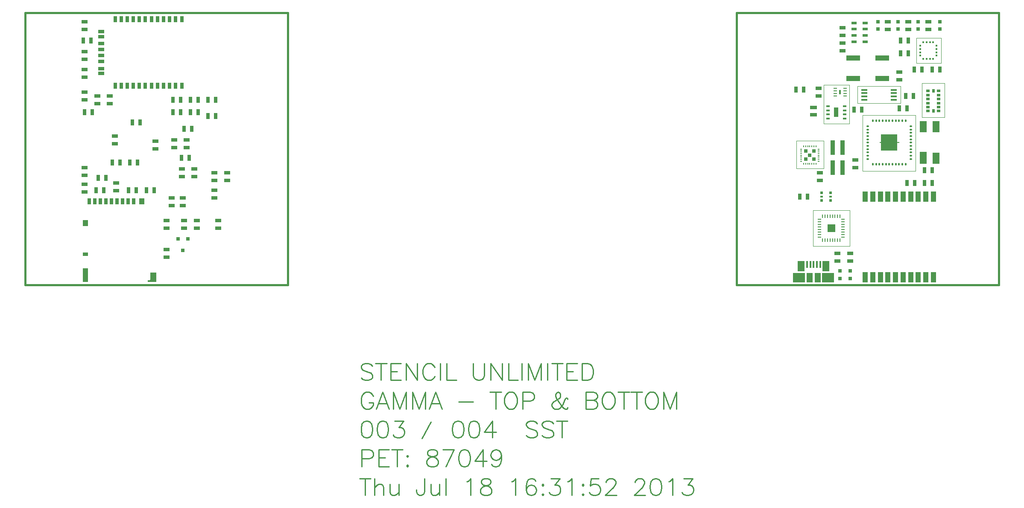
<source format=gbr>
G04 ECAM II V6.0 Date:  Thu Jul 18 16:50:20 2013 *
G04 Database: c:\wip\87049.pcb *
G04 Layer 1: Working *
%FSTAX25Y25*%
%MOIN*%
%SFA1.000B1.000*%

%MIA0B0*%
%IPPOS*%
%AMacap0000*
20,1,0.12528,0.00000,-0.06264,0.00000,0.06264,0.00000*
20,0,0.00800,-0.00960,0.00000,0.08320,0.00000,0.00000*
1,0,0.00800,-0.00960,0.00000*
1,0,0.00800,0.08320,0.00000*
20,0,0.00800,0.08320,0.00000,-0.07710,0.00000,0.00000*
1,0,0.00800,0.08320,0.00000*
1,0,0.00800,-0.07710,0.00000*
20,0,0.00800,0.00020,0.00300,0.00020,0.06470,0.00000*
1,0,0.00800,0.00020,0.00300*
1,0,0.00800,0.00020,0.06470*
20,0,0.00800,0.00020,0.06470,0.00020,-0.06490,0.00000*
1,0,0.00800,0.00020,0.06470*
1,0,0.00800,0.00020,-0.06490*
%
%ADD11C,0.01500*%
%ADD12R,0.04500X0.02500*%
%ADD13R,0.02500X0.04500*%
%ADD14R,0.02760X0.04720*%
%ADD15R,0.03940X0.04720*%
%ADD16R,0.03940X0.03150*%
%ADD17R,0.03940X0.11020*%
%ADD18R,0.05120X0.07480*%
%ADD19R,0.02950X0.01380*%
%ADD70R,0.03540X0.11810*%
%ADD71R,0.03140X0.03140*%
%ADD20R,0.03000X0.03000*%
%ADD21R,0.03140X0.05100*%
%ADD22R,0.05100X0.03140*%
%ADD25R,0.01570X0.00790*%
%ADD26R,0.00790X0.01570*%
%ADD27R,0.02537X0.02537*%
%ADD28R,0.02737X0.02737*%
%ADD29R,0.04330X0.02360*%
%ADD72R,0.02559X0.01575*%
%ADD30R,0.03150X0.01970*%
%ADD31R,0.01970X0.03150*%
%ADD32R,0.01570X0.01180*%
%ADD33R,0.01180X0.01570*%
%ADD34R,0.03940X0.07870*%
%ADD38R,0.02360X0.02360*%
%ADD39R,0.02360X0.01570*%
%ADD40O,0.02362X0.01299*%
%ADD41O,0.01299X0.02362*%
%ADD43R,0.05512X0.02756*%
%ADD44R,0.04720X0.01370*%
%ADD46R,0.05709X0.08268*%
%ADD47R,0.09449X0.07480*%
%ADD48R,0.04528X0.07480*%
%ADD49R,0.11024X0.03937*%
%ADD50R,0.05512X0.08661*%
%ADD51R,0.05512X0.09449*%
%ADD52R,0.02760X0.01050*%
%ADD54R,0.03661X0.07795*%
%ADD56R,0.01250X0.03530*%
%ADD59R,0.01024X0.02520*%
%ADD60R,0.02520X0.01024*%
%ADD61R,0.06198X0.06198*%
%ADD62R,0.01317X0.05433*%
%ADD64acap0000*%
%ADD997C,0.00900*%
%ADD999C,0.00100*%
%LNWorking*%
%SRX1Y1I0J0*%
%LPD*%
G36*
X-02831Y-010275D02*
G01X-028255Y-01022D01*
X-028199Y-010275*
X-028255Y-010331*
X-02831Y-010275*
G37*
G54D12*
X-026975Y-007869D03*
Y-008469D03*
G54D13*
X-023132Y002559D03*
X-023732D03*
G54D12*
X-033373Y004434D03*
Y003834D03*
X-026385Y000094D03*
Y000694D03*
X-026582Y-004434D03*
Y-003834D03*
G54D13*
X-025799Y-000689D03*
X-025199D03*
X-032876Y008465D03*
X-033476D03*
X-032778Y002855D03*
X-033378D03*
G54D12*
X-022251Y-001865D03*
Y-002465D03*
X-024613Y-006205D03*
Y-005605D03*
X-023235Y-001865D03*
Y-002465D03*
X-032389Y004139D03*
Y003539D03*
X-031405Y004139D03*
Y003539D03*
X-033373Y006984D03*
Y007584D03*
Y006206D03*
Y005606D03*
X-030912Y-003253D03*
Y-002653D03*
X-027861Y-000005D03*
Y000595D03*
G54D13*
X-029835Y-001082D03*
X-029235D03*
G54D12*
X-031011Y000989D03*
Y000389D03*
G54D13*
X-029038Y002067D03*
X-029638D03*
G54D12*
X-02294Y-006205D03*
Y-005605D03*
X-025696Y-004434D03*
Y-003834D03*
X-026975Y-006205D03*
Y-005605D03*
X-025598D03*
Y-006205D03*
X-025401Y000094D03*
Y000694D03*
G54D13*
X-025602Y001575D03*
X-025002D03*
G54D12*
X-023235Y-003843D03*
Y-003243D03*
G54D13*
X-02451Y003839D03*
X-02511D03*
X-026488D03*
X-025888D03*
Y002855D03*
X-026488D03*
X-023732Y003839D03*
X-023132D03*
X-02451Y002855D03*
X-02511D03*
X-032492Y-003248D03*
X-031892D03*
X-032295Y-002264D03*
X-031695D03*
X-031212Y-001082D03*
X-030612D03*
X-029333Y-003248D03*
X-029933D03*
G54D12*
X-02481Y-00217D03*
Y-00157D03*
X-025794D03*
Y-00217D03*
G54D14*
X-029535Y-004094D03*
X-029968D03*
X-030401D03*
X-030834D03*
X-031267D03*
X-0317D03*
X-032133D03*
X-032566D03*
X-033D03*
G54D15*
X-028925D03*
X-033315Y-005787D03*
G54D16*
Y-008228D03*
G54D17*
Y-009861D03*
G54D18*
X-028Y-010039D03*
G54D19*
X-028324Y-010344D03*
G54D20*
X-025696Y-00793D03*
X-026071Y-00703D03*
X-025321D03*
G54D12*
X-033373Y009946D03*
Y009346D03*
G54D13*
X-028555Y-003248D03*
X-027955D03*
G54D12*
X-033373Y-001471D03*
Y-002071D03*
Y-002751D03*
Y-003351D03*
G54D21*
X-030518Y010138D03*
X-030989D03*
X-030044D03*
X-029573D03*
X-027684D03*
X-028156D03*
X-029101D03*
X-028629D03*
X-026739D03*
X-027211D03*
X-026266D03*
X-025794D03*
X-030991Y004942D03*
X-030518Y004941D03*
X-030046D03*
X-029574D03*
X-029101D03*
X-028629D03*
X-028156D03*
X-027684D03*
X-027211D03*
X-026739D03*
X-026266D03*
X-025794D03*
G54D22*
X-032093Y009154D03*
Y008761D03*
Y008249D03*
Y007776D03*
Y007304D03*
Y006831D03*
Y006281D03*
Y005888D03*
G54D13*
X030809Y-002657D03*
X031409D03*
G54D12*
X030223Y005409D03*
Y006009D03*
X025794Y009454D03*
Y008854D03*
G54D13*
X032787Y-002657D03*
X032187D03*
X032787Y-001673D03*
X032187D03*
G54D12*
X026779Y-001481D03*
Y-000881D03*
X024023Y-001865D03*
Y-002465D03*
G54D13*
X030917Y007481D03*
X030317D03*
G54D12*
X029338Y009946D03*
Y009346D03*
X030912Y009946D03*
Y009346D03*
X026385Y-008164D03*
Y-008764D03*
G54D13*
X030819Y00315D03*
X030219D03*
X031311Y004134D03*
X030711D03*
X027275Y003051D03*
X026675D03*
G54D12*
X023924Y004129D03*
Y004729D03*
G54D13*
X030917Y008465D03*
X030317D03*
G54D12*
X025401Y-008164D03*
Y-008764D03*
G54D13*
X022443Y-00374D03*
X023043D03*
G54D70*
X025027Y000099D03*
X025775D03*
X025027Y-001476D03*
X025775D03*
G54D71*
X026385Y-010137D03*
Y-009547D03*
X02855Y009351D03*
Y009941D03*
X030125Y009351D03*
Y009941D03*
X025598Y-010137D03*
Y-009547D03*
G54D25*
X022546Y-00002D03*
Y-000177D03*
Y-000335D03*
Y-000492D03*
Y-00065D03*
Y-000807D03*
Y-000964D03*
G54D26*
X022762Y-001181D03*
X02292D03*
X023077D03*
X023235D03*
X023392D03*
X02355D03*
X023707D03*
G54D25*
X023924Y-00002D03*
Y-000177D03*
Y-000335D03*
Y-000492D03*
Y-00065D03*
Y-000807D03*
Y-000965D03*
G54D26*
X022762Y000197D03*
X02292D03*
X023077D03*
X023235D03*
X023392D03*
X023549D03*
X023707D03*
G54D27*
X02292Y-000177D03*
X02355D03*
G54D28*
X023235Y-000492D03*
G54D27*
X02292Y-000807D03*
X02355D03*
G54D29*
X02668Y009843D03*
Y009351D03*
Y008859D03*
Y008367D03*
X027546Y009843D03*
Y009351D03*
Y008859D03*
Y008367D03*
G54D72*
X025962Y003327D03*
Y003012D03*
Y002697D03*
Y002382D03*
X024643D03*
Y002697D03*
Y003012D03*
Y003327D03*
G54D30*
X033294Y004527D03*
Y004212D03*
Y003897D03*
Y003583D03*
Y003268D03*
Y002953D03*
X032468Y004527D03*
Y004212D03*
Y003897D03*
Y003583D03*
Y003268D03*
Y002953D03*
G54D31*
X032881Y004527D03*
Y002953D03*
G54D32*
X031847Y007293D03*
Y008061D03*
Y007805D03*
Y007549D03*
X033127Y007293D03*
Y007549D03*
Y007805D03*
Y008061D03*
G54D33*
X032359Y008317D03*
X032103D03*
X032615D03*
X032871D03*
X032103Y007037D03*
X032359D03*
X032615D03*
X032871D03*
G54D34*
X032881Y-00374D03*
X03229D03*
X0317D03*
X031109D03*
X030519D03*
X029928D03*
X029338D03*
X028747D03*
X028157D03*
Y-010039D03*
X028747D03*
X029338D03*
X029928D03*
X030519D03*
X031109D03*
X0317D03*
X03229D03*
X032881D03*
X027566Y-00374D03*
Y-010039D03*
G54D38*
X024161Y-003445D03*
Y-004035D03*
X024869D03*
Y-003445D03*
G54D39*
X024161Y-00374D03*
X024869D03*
G54D40*
X027743Y001772D03*
Y00126D03*
Y001004D03*
Y000748D03*
Y000492D03*
Y000236D03*
Y-000019D03*
Y-000275D03*
Y-000531D03*
Y-000787D03*
G54D41*
X028157Y-001201D03*
X028412D03*
X028668D03*
X028924D03*
X02918D03*
X029436D03*
X029692D03*
X029948D03*
X030204D03*
X03046D03*
X030716D03*
G54D40*
X031129Y-000787D03*
Y-000531D03*
Y-000275D03*
Y-000019D03*
Y000236D03*
Y000492D03*
Y000748D03*
Y001004D03*
Y00126D03*
Y001516D03*
Y001772D03*
G54D41*
X030716Y002185D03*
X03046D03*
X030204D03*
X029948D03*
X029692D03*
X029436D03*
X02918D03*
X028924D03*
X028668D03*
X028412D03*
X028157D03*
G54D40*
X027743Y001516D03*
G54D43*
X023531Y003248D03*
Y002658D03*
G54D71*
X033373Y009351D03*
Y009941D03*
X0317Y009351D03*
Y009941D03*
G54D13*
X033378Y006201D03*
X032778D03*
X0314D03*
X032D03*
G54D12*
X032487Y009346D03*
Y009946D03*
G54D44*
X027498Y004615D03*
Y004359D03*
Y004105D03*
Y003849D03*
X0298D03*
Y004105D03*
Y004359D03*
Y004615D03*
G54D12*
X025794Y007673D03*
Y008273D03*
G54D13*
X022748Y004626D03*
X022148D03*
G54D46*
X022556Y-009173D03*
X024505D03*
G54D47*
X022389Y-010079D03*
X024672D03*
G54D48*
X023206D03*
X023855D03*
G54D49*
X028905Y005512D03*
X026621D03*
X028905Y007087D03*
X026621D03*
G54D50*
X032086Y001732D03*
X033086D03*
Y-000748D03*
G54D51*
X032086Y-000708D03*
G54D52*
X025988Y004134D03*
Y004331D03*
Y004527D03*
Y004724D03*
X025208D03*
Y004527D03*
Y004331D03*
Y004134D03*
G54D54*
X025302Y002855D03*
G54D56*
X025598Y004429D03*
G54D59*
Y-007118D03*
X025401D03*
X025204D03*
X025007D03*
X02481D03*
X024613D03*
X024416D03*
X02422D03*
G54D60*
X025826Y-005708D03*
Y-005905D03*
Y-006102D03*
Y-006299D03*
Y-006496D03*
Y-006693D03*
Y-00689D03*
X023991D03*
Y-006693D03*
Y-006496D03*
Y-006299D03*
Y-006102D03*
Y-005905D03*
Y-005708D03*
G54D59*
X025007Y-005283D03*
X025204D03*
X025401D03*
X025598D03*
G54D60*
X025826Y-005512D03*
G54D59*
X02422Y-005283D03*
X024416D03*
X024613D03*
X02481D03*
G54D60*
X023991Y-005512D03*
G54D61*
X024909Y-006201D03*
G54D62*
X024042Y-009031D03*
X023786D03*
X023531D03*
X023275D03*
X023019D03*
G54D64*
X029436Y000492D03*
G54D11*
X-037999Y01063D02*
G01Y-01063D01*
X-017527Y01063D02*
G01X-037999D01*
X-017527Y-01063D02*
G01Y01063D01*
X-037999Y-01063D02*
G01X-017527D01*
X037999Y01063D02*
G01Y-01063D01*
X017527Y01063D02*
G01X037999D01*
X017527Y-01063D02*
G01Y01063D01*
X037999Y-01063D02*
G01X017527D01*
G54D999*
X031545Y008674D02*
G01X033487D01*
Y006685*
X031545*
Y008674*
X031998Y005128D02*
G01X033767D01*
Y002461*
X031998*
Y005128*
X026956Y004895D02*
G01X030308D01*
Y003551*
X026956*
Y004895*
X024329Y004988D02*
G01X026311D01*
Y001962*
X024329*
Y004988*
X027349Y002626D02*
G01X031486D01*
Y-001737*
X027349*
Y002626*
X022194Y000618D02*
G01X024316D01*
Y-001537*
X022194*
Y000618*
X023504Y-004803D02*
G01X026364D01*
Y-007603*
X023504*
Y-004803*
G54D997*
G01X-0109175Y-016951D02*
X-0110425Y-016826D01*
X-01123Y-0167635D01*
X-01148D01*
X-0116675Y-016826D01*
X-0117925Y-016951D01*
Y-017076D01*
X-01173Y-017201D01*
X-0116675Y-0172635D01*
X-0115425Y-017326D01*
X-0111675Y-017451D01*
X-0110425Y-0175135D01*
X-01098Y-017576D01*
X-0109175Y-017701D01*
Y-0178885D01*
X-0110425Y-0180135D01*
X-01123Y-018076D01*
X-01148D01*
X-0116675Y-0180135D01*
X-0117925Y-0178885D01*
X-01023Y-0167635D02*
Y-018076D01*
X-0106675Y-0167635D02*
X-0097925D01*
X-00948D02*
Y-018076D01*
Y-0167635D02*
X-0086675D01*
X-00948Y-0173885D02*
X-00898D01*
X-00948Y-018076D02*
X-0086675D01*
X-0082925Y-0167635D02*
Y-018076D01*
Y-0167635D02*
X-0074175Y-018076D01*
Y-0167635D02*
Y-018076D01*
X-0060425Y-017076D02*
X-006105Y-016951D01*
X-00623Y-016826D01*
X-006355Y-0167635D01*
X-006605D01*
X-00673Y-016826D01*
X-006855Y-016951D01*
X-0069175Y-017076D01*
X-00698Y-0172635D01*
Y-017576D01*
X-0069175Y-0177635D01*
X-006855Y-0178885D01*
X-00673Y-0180135D01*
X-006605Y-018076D01*
X-006355D01*
X-00623Y-0180135D01*
X-006105Y-0178885D01*
X-0060425Y-0177635D01*
X-005605Y-0167635D02*
Y-018076D01*
X-005105Y-0167635D02*
Y-018076D01*
Y-018076D02*
X-004355D01*
X-0030425Y-0167635D02*
Y-017701D01*
X-00298Y-0178885D01*
X-002855Y-0180135D01*
X-0026675Y-018076D01*
X-0025425D01*
X-002355Y-0180135D01*
X-00223Y-0178885D01*
X-0021675Y-017701D01*
Y-0167635D01*
X-0016675D02*
Y-018076D01*
Y-0167635D02*
X-0007925Y-018076D01*
Y-0167635D02*
Y-018076D01*
X-0002925Y-0167635D02*
Y-018076D01*
Y-018076D02*
X0004575D01*
X00077Y-0167635D02*
Y-018076D01*
X00127Y-0167635D02*
Y-018076D01*
Y-0167635D02*
X00177Y-018076D01*
X00227Y-0167635D02*
X00177Y-018076D01*
X00227Y-0167635D02*
Y-018076D01*
X00277Y-0167635D02*
Y-018076D01*
X00352Y-0167635D02*
Y-018076D01*
X0030825Y-0167635D02*
X0039575D01*
X00427D02*
Y-018076D01*
Y-0167635D02*
X0050825D01*
X00427Y-0173885D02*
X00477D01*
X00427Y-018076D02*
X0050825D01*
X0054575Y-0167635D02*
Y-018076D01*
Y-0167635D02*
X005895D01*
X0060825Y-016826D01*
X0062075Y-016951D01*
X00627Y-017076D01*
X0063325Y-0172635D01*
Y-017576D01*
X00627Y-0177635D01*
X0062075Y-0178885D01*
X0060825Y-0180135D01*
X005895Y-018076D01*
X0054575D01*
X-010855Y-019326D02*
X-0109175Y-019201D01*
X-0110425Y-019076D01*
X-0111675Y-0190135D01*
X-0114175D01*
X-0115425Y-019076D01*
X-0116675Y-019201D01*
X-01173Y-019326D01*
X-0117925Y-0195135D01*
Y-019826D01*
X-01173Y-0200135D01*
X-0116675Y-0201385D01*
X-0115425Y-0202635D01*
X-0114175Y-020326D01*
X-0111675D01*
X-0110425Y-0202635D01*
X-0109175Y-0201385D01*
X-010855Y-0200135D01*
Y-019826D01*
X-0111675D02*
X-010855D01*
X-010105Y-0190135D02*
X-010605Y-020326D01*
X-010105Y-0190135D02*
X-009605Y-020326D01*
X-0104175Y-0198885D02*
X-0097925D01*
X-0092925Y-0190135D02*
Y-020326D01*
Y-0190135D02*
X-0087925Y-020326D01*
X-0082925Y-0190135D02*
X-0087925Y-020326D01*
X-0082925Y-0190135D02*
Y-020326D01*
X-0077925Y-0190135D02*
Y-020326D01*
Y-0190135D02*
X-0072925Y-020326D01*
X-0067925Y-0190135D02*
X-0072925Y-020326D01*
X-0067925Y-0190135D02*
Y-020326D01*
X-00598Y-0190135D02*
X-00648Y-020326D01*
X-00598Y-0190135D02*
X-00548Y-020326D01*
X-0062925Y-0198885D02*
X-0056675D01*
X-0041675Y-0197635D02*
X-0030425D01*
X-0012925Y-0190135D02*
Y-020326D01*
X-00173Y-0190135D02*
X-000855D01*
X-00023D02*
X-000355Y-019076D01*
X-00048Y-019201D01*
X-0005425Y-019326D01*
X-000605Y-0195135D01*
Y-019826D01*
X-0005425Y-0200135D01*
X-00048Y-0201385D01*
X-000355Y-0202635D01*
X-00023Y-020326D01*
X00002D01*
X000145Y-0202635D01*
X00027Y-0201385D01*
X0003325Y-0200135D01*
X000395Y-019826D01*
Y-0195135D01*
X0003325Y-019326D01*
X00027Y-019201D01*
X000145Y-019076D01*
X00002Y-0190135D01*
X-00023D01*
X0008325D02*
Y-020326D01*
Y-0190135D02*
X001395D01*
X0015825Y-019076D01*
X001645Y-0191385D01*
X0017075Y-0192635D01*
Y-019451D01*
X001645Y-019576D01*
X0015825Y-0196385D01*
X001395Y-019701D01*
X0008325D01*
X0043325Y-019576D02*
Y-0195135D01*
X00427Y-019451D01*
X0042075D01*
X004145Y-0195135D01*
X0040825Y-0196385D01*
X0039575Y-019951D01*
X0038325Y-0201385D01*
X0037075Y-0202635D01*
X0035825Y-020326D01*
X0033325D01*
X0032075Y-0202635D01*
X003145Y-020201D01*
X0030825Y-020076D01*
Y-019951D01*
X003145Y-019826D01*
X0032075Y-0197635D01*
X003645Y-0195135D01*
X0037075Y-019451D01*
X00377Y-019326D01*
Y-019201D01*
X0037075Y-019076D01*
X0035825Y-0190135D01*
X0034575Y-019076D01*
X003395Y-019201D01*
Y-019326D01*
X0034575Y-0195135D01*
X0035825Y-019701D01*
X003895Y-0201385D01*
X00402Y-0202635D01*
X004145Y-020326D01*
X00427D01*
X0043325Y-0202635D01*
Y-020201D01*
X00577Y-0190135D02*
Y-020326D01*
Y-0190135D02*
X0063325D01*
X00652Y-019076D01*
X0065825Y-0191385D01*
X006645Y-0192635D01*
Y-0193885D01*
X0065825Y-0195135D01*
X00652Y-019576D01*
X0063325Y-0196385D01*
X00577D02*
X0063325D01*
X00652Y-019701D01*
X0065825Y-0197635D01*
X006645Y-0198885D01*
Y-020076D01*
X0065825Y-020201D01*
X00652Y-0202635D01*
X0063325Y-020326D01*
X00577D01*
X007395Y-0190135D02*
X00727Y-019076D01*
X007145Y-019201D01*
X0070825Y-019326D01*
X00702Y-0195135D01*
Y-019826D01*
X0070825Y-0200135D01*
X007145Y-0201385D01*
X00727Y-0202635D01*
X007395Y-020326D01*
X007645D01*
X00777Y-0202635D01*
X007895Y-0201385D01*
X0079575Y-0200135D01*
X00802Y-019826D01*
Y-0195135D01*
X0079575Y-019326D01*
X007895Y-019201D01*
X00777Y-019076D01*
X007645Y-0190135D01*
X007395D01*
X0087075D02*
Y-020326D01*
X00827Y-0190135D02*
X009145D01*
X0097075D02*
Y-020326D01*
X00927Y-0190135D02*
X010145D01*
X01077D02*
X010645Y-019076D01*
X01052Y-019201D01*
X0104575Y-019326D01*
X010395Y-0195135D01*
Y-019826D01*
X0104575Y-0200135D01*
X01052Y-0201385D01*
X010645Y-0202635D01*
X01077Y-020326D01*
X01102D01*
X011145Y-0202635D01*
X01127Y-0201385D01*
X0113325Y-0200135D01*
X011395Y-019826D01*
Y-0195135D01*
X0113325Y-019326D01*
X01127Y-019201D01*
X011145Y-019076D01*
X01102Y-0190135D01*
X01077D01*
X0118325D02*
Y-020326D01*
Y-0190135D02*
X0123325Y-020326D01*
X0128325Y-0190135D02*
X0123325Y-020326D01*
X0128325Y-0190135D02*
Y-020326D01*
X-0114175Y-0212635D02*
X-011605Y-021326D01*
X-01173Y-0215135D01*
X-0117925Y-021826D01*
Y-0220135D01*
X-01173Y-022326D01*
X-011605Y-0225135D01*
X-0114175Y-022576D01*
X-0112925D01*
X-011105Y-0225135D01*
X-01098Y-022326D01*
X-0109175Y-0220135D01*
Y-021826D01*
X-01098Y-0215135D01*
X-011105Y-021326D01*
X-0112925Y-0212635D01*
X-0114175D01*
X-0101675D02*
X-010355Y-021326D01*
X-01048Y-0215135D01*
X-0105425Y-021826D01*
Y-0220135D01*
X-01048Y-022326D01*
X-010355Y-0225135D01*
X-0101675Y-022576D01*
X-0100425D01*
X-009855Y-0225135D01*
X-00973Y-022326D01*
X-0096675Y-0220135D01*
Y-021826D01*
X-00973Y-0215135D01*
X-009855Y-021326D01*
X-0100425Y-0212635D01*
X-0101675D01*
X-0091675D02*
X-00848D01*
X-008855Y-0217635D01*
X-0086675D01*
X-0085425Y-021826D01*
X-00848Y-0218885D01*
X-0084175Y-022076D01*
Y-022201D01*
X-00848Y-0223885D01*
X-008605Y-0225135D01*
X-0087925Y-022576D01*
X-00898D01*
X-0091675Y-0225135D01*
X-00923Y-022451D01*
X-0092925Y-022326D01*
X-006355Y-021326D02*
X-0070425Y-0226385D01*
X-0042925Y-0212635D02*
X-00448Y-021326D01*
X-004605Y-0215135D01*
X-0046675Y-021826D01*
Y-0220135D01*
X-004605Y-022326D01*
X-00448Y-0225135D01*
X-0042925Y-022576D01*
X-0041675D01*
X-00398Y-0225135D01*
X-003855Y-022326D01*
X-0037925Y-0220135D01*
Y-021826D01*
X-003855Y-0215135D01*
X-00398Y-021326D01*
X-0041675Y-0212635D01*
X-0042925D01*
X-0030425D02*
X-00323Y-021326D01*
X-003355Y-0215135D01*
X-0034175Y-021826D01*
Y-0220135D01*
X-003355Y-022326D01*
X-00323Y-0225135D01*
X-0030425Y-022576D01*
X-0029175D01*
X-00273Y-0225135D01*
X-002605Y-022326D01*
X-0025425Y-0220135D01*
Y-021826D01*
X-002605Y-0215135D01*
X-00273Y-021326D01*
X-0029175Y-0212635D01*
X-0030425D01*
X-0015425D02*
X-0021675Y-0221385D01*
X-00123D01*
X-0015425Y-0212635D02*
Y-022576D01*
X0019575Y-021451D02*
X0018325Y-021326D01*
X001645Y-0212635D01*
X001395D01*
X0012075Y-021326D01*
X0010825Y-021451D01*
Y-021576D01*
X001145Y-021701D01*
X0012075Y-0217635D01*
X0013325Y-021826D01*
X0017075Y-021951D01*
X0018325Y-0220135D01*
X001895Y-022076D01*
X0019575Y-022201D01*
Y-0223885D01*
X0018325Y-0225135D01*
X001645Y-022576D01*
X001395D01*
X0012075Y-0225135D01*
X0010825Y-0223885D01*
X0032075Y-021451D02*
X0030825Y-021326D01*
X002895Y-0212635D01*
X002645D01*
X0024575Y-021326D01*
X0023325Y-021451D01*
Y-021576D01*
X002395Y-021701D01*
X0024575Y-0217635D01*
X0025825Y-021826D01*
X0029575Y-021951D01*
X0030825Y-0220135D01*
X003145Y-022076D01*
X0032075Y-022201D01*
Y-0223885D01*
X0030825Y-0225135D01*
X002895Y-022576D01*
X002645D01*
X0024575Y-0225135D01*
X0023325Y-0223885D01*
X003895Y-0212635D02*
Y-022576D01*
X0034575Y-0212635D02*
X0043325D01*
X-01173Y-0235135D02*
Y-024826D01*
Y-0235135D02*
X-0111675D01*
X-01098Y-023576D01*
X-0109175Y-0236385D01*
X-010855Y-0237635D01*
Y-023951D01*
X-0109175Y-024076D01*
X-01098Y-0241385D01*
X-0111675Y-024201D01*
X-01173D01*
X-0104175Y-0235135D02*
Y-024826D01*
Y-0235135D02*
X-009605D01*
X-0104175Y-0241385D02*
X-0099175D01*
X-0104175Y-024826D02*
X-009605D01*
X-00898Y-0235135D02*
Y-024826D01*
X-0094175Y-0235135D02*
X-0085425D01*
X-0081675Y-023951D02*
X-00823Y-0240135D01*
X-0081675Y-024076D01*
X-008105Y-0240135D01*
X-0081675Y-023951D01*
Y-024701D02*
X-00823Y-0247635D01*
X-0081675Y-024826D01*
X-008105Y-0247635D01*
X-0081675Y-024701D01*
X-006355Y-0235135D02*
X-0065425Y-023576D01*
X-006605Y-023701D01*
Y-023826D01*
X-0065425Y-023951D01*
X-0064175Y-0240135D01*
X-0061675Y-024076D01*
X-00598Y-0241385D01*
X-005855Y-0242635D01*
X-0057925Y-0243885D01*
Y-024576D01*
X-005855Y-024701D01*
X-0059175Y-0247635D01*
X-006105Y-024826D01*
X-006355D01*
X-0065425Y-0247635D01*
X-006605Y-024701D01*
X-0066675Y-024576D01*
Y-0243885D01*
X-006605Y-0242635D01*
X-00648Y-0241385D01*
X-0062925Y-024076D01*
X-0060425Y-0240135D01*
X-0059175Y-023951D01*
X-005855Y-023826D01*
Y-023701D01*
X-0059175Y-023576D01*
X-006105Y-0235135D01*
X-006355D01*
X-0045425D02*
X-0051675Y-024826D01*
X-0054175Y-0235135D02*
X-0045425D01*
X-0037925D02*
X-00398Y-023576D01*
X-004105Y-0237635D01*
X-0041675Y-024076D01*
Y-0242635D01*
X-004105Y-024576D01*
X-00398Y-0247635D01*
X-0037925Y-024826D01*
X-0036675D01*
X-00348Y-0247635D01*
X-003355Y-024576D01*
X-0032925Y-0242635D01*
Y-024076D01*
X-003355Y-0237635D01*
X-00348Y-023576D01*
X-0036675Y-0235135D01*
X-0037925D01*
X-0022925D02*
X-0029175Y-0243885D01*
X-00198D01*
X-0022925Y-0235135D02*
Y-024826D01*
X-000855Y-023951D02*
X-0009175Y-0241385D01*
X-0010425Y-0242635D01*
X-00123Y-024326D01*
X-0012925D01*
X-00148Y-0242635D01*
X-001605Y-0241385D01*
X-0016675Y-023951D01*
Y-0238885D01*
X-001605Y-023701D01*
X-00148Y-023576D01*
X-0012925Y-0235135D01*
X-00123D01*
X-0010425Y-023576D01*
X-0009175Y-023701D01*
X-000855Y-023951D01*
Y-0242635D01*
X-0009175Y-024576D01*
X-0010425Y-0247635D01*
X-00123Y-024826D01*
X-001355D01*
X-0015425Y-0247635D01*
X-001605Y-0246385D01*
X-01148Y-0257635D02*
Y-027076D01*
X-0119175Y-0257635D02*
X-0110425D01*
X-01073D02*
Y-027076D01*
Y-026451D02*
X-0105425Y-0262635D01*
X-0104175Y-026201D01*
X-01023D01*
X-010105Y-0262635D01*
X-0100425Y-026451D01*
Y-027076D01*
X-0095425Y-026201D02*
Y-026826D01*
X-00948Y-0270135D01*
X-009355Y-027076D01*
X-0091675D01*
X-0090425Y-0270135D01*
X-008855Y-026826D01*
Y-026201D02*
Y-027076D01*
X-006855Y-0257635D02*
Y-0267635D01*
X-0069175Y-026951D01*
X-00698Y-0270135D01*
X-007105Y-027076D01*
X-00723D01*
X-007355Y-0270135D01*
X-0074175Y-026951D01*
X-00748Y-0267635D01*
Y-0266385D01*
X-006355Y-026201D02*
Y-026826D01*
X-0062925Y-0270135D01*
X-0061675Y-027076D01*
X-00598D01*
X-005855Y-0270135D01*
X-0056675Y-026826D01*
Y-026201D02*
Y-027076D01*
X-0051675Y-0257635D02*
Y-027076D01*
X-0035425Y-0260135D02*
X-0034175Y-025951D01*
X-00323Y-0257635D01*
Y-027076D01*
X-0021675Y-0257635D02*
X-002355Y-025826D01*
X-0024175Y-025951D01*
Y-026076D01*
X-002355Y-026201D01*
X-00223Y-0262635D01*
X-00198Y-026326D01*
X-0017925Y-0263885D01*
X-0016675Y-0265135D01*
X-001605Y-0266385D01*
Y-026826D01*
X-0016675Y-026951D01*
X-00173Y-0270135D01*
X-0019175Y-027076D01*
X-0021675D01*
X-002355Y-0270135D01*
X-0024175Y-026951D01*
X-00248Y-026826D01*
Y-0266385D01*
X-0024175Y-0265135D01*
X-0022925Y-0263885D01*
X-002105Y-026326D01*
X-001855Y-0262635D01*
X-00173Y-026201D01*
X-0016675Y-026076D01*
Y-025951D01*
X-00173Y-025826D01*
X-0019175Y-0257635D01*
X-0021675D01*
X-0000425Y-0260135D02*
X0000825Y-025951D01*
X00027Y-0257635D01*
Y-027076D01*
X0018325Y-025951D02*
X00177Y-025826D01*
X0015825Y-0257635D01*
X0014575D01*
X00127Y-025826D01*
X001145Y-0260135D01*
X0010825Y-026326D01*
Y-0266385D01*
X001145Y-0268885D01*
X00127Y-0270135D01*
X0014575Y-027076D01*
X00152D01*
X0017075Y-0270135D01*
X0018325Y-0268885D01*
X001895Y-026701D01*
Y-0266385D01*
X0018325Y-026451D01*
X0017075Y-026326D01*
X00152Y-0262635D01*
X0014575D01*
X00127Y-026326D01*
X001145Y-026451D01*
X0010825Y-0266385D01*
X002395Y-026201D02*
X0023325Y-0262635D01*
X002395Y-026326D01*
X0024575Y-0262635D01*
X002395Y-026201D01*
Y-026951D02*
X0023325Y-0270135D01*
X002395Y-027076D01*
X0024575Y-0270135D01*
X002395Y-026951D01*
X00302Y-0257635D02*
X0037075D01*
X0033325Y-0262635D01*
X00352D01*
X003645Y-026326D01*
X0037075Y-0263885D01*
X00377Y-026576D01*
Y-026701D01*
X0037075Y-0268885D01*
X0035825Y-0270135D01*
X003395Y-027076D01*
X0032075D01*
X00302Y-0270135D01*
X0029575Y-026951D01*
X002895Y-026826D01*
X0043325Y-0260135D02*
X0044575Y-025951D01*
X004645Y-0257635D01*
Y-027076D01*
X00552Y-026201D02*
X0054575Y-0262635D01*
X00552Y-026326D01*
X0055825Y-0262635D01*
X00552Y-026201D01*
Y-026951D02*
X0054575Y-0270135D01*
X00552Y-027076D01*
X0055825Y-0270135D01*
X00552Y-026951D01*
X00677Y-0257635D02*
X006145D01*
X0060825Y-026326D01*
X006145Y-0262635D01*
X0063325Y-026201D01*
X00652D01*
X0067075Y-0262635D01*
X0068325Y-0263885D01*
X006895Y-026576D01*
Y-026701D01*
X0068325Y-0268885D01*
X0067075Y-0270135D01*
X00652Y-027076D01*
X0063325D01*
X006145Y-0270135D01*
X0060825Y-026951D01*
X00602Y-026826D01*
X0073325Y-026076D02*
Y-0260135D01*
X007395Y-0258885D01*
X0074575Y-025826D01*
X0075825Y-0257635D01*
X0078325D01*
X0079575Y-025826D01*
X00802Y-0258885D01*
X0080825Y-0260135D01*
Y-0261385D01*
X00802Y-0262635D01*
X007895Y-026451D01*
X00727Y-027076D01*
X008145D01*
X0095825Y-026076D02*
Y-0260135D01*
X009645Y-0258885D01*
X0097075Y-025826D01*
X0098325Y-0257635D01*
X0100825D01*
X0102075Y-025826D01*
X01027Y-0258885D01*
X0103325Y-0260135D01*
Y-0261385D01*
X01027Y-0262635D01*
X010145Y-026451D01*
X00952Y-027076D01*
X010395D01*
X011145Y-0257635D02*
X0109575Y-025826D01*
X0108325Y-0260135D01*
X01077Y-026326D01*
Y-0265135D01*
X0108325Y-026826D01*
X0109575Y-0270135D01*
X011145Y-027076D01*
X01127D01*
X0114575Y-0270135D01*
X0115825Y-026826D01*
X011645Y-0265135D01*
Y-026326D01*
X0115825Y-0260135D01*
X0114575Y-025826D01*
X01127Y-0257635D01*
X011145D01*
X0122075Y-0260135D02*
X0123325Y-025951D01*
X01252Y-0257635D01*
Y-027076D01*
X013395Y-0257635D02*
X0140825D01*
X0137075Y-0262635D01*
X013895D01*
X01402Y-026326D01*
X0140825Y-0263885D01*
X014145Y-026576D01*
Y-026701D01*
X0140825Y-0268885D01*
X0139575Y-0270135D01*
X01377Y-027076D01*
X0135825D01*
X013395Y-0270135D01*
X0133325Y-026951D01*
X01327Y-026826D01*
M02*


</source>
